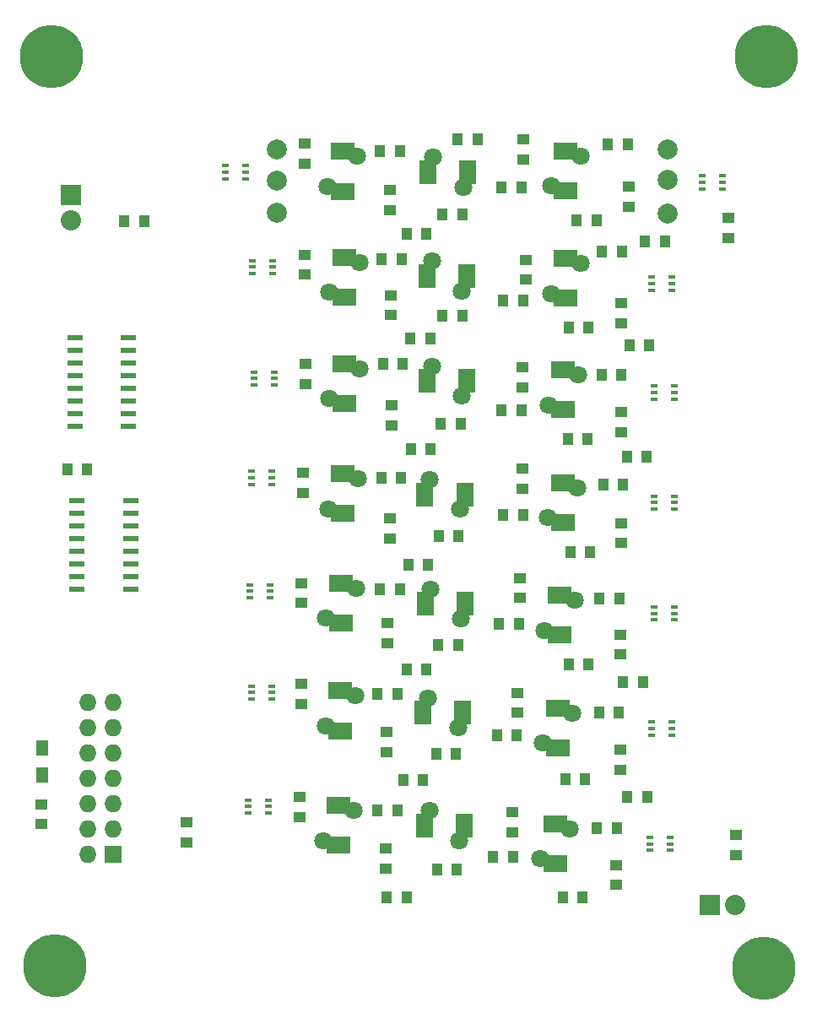
<source format=gts>
G04 #@! TF.FileFunction,Soldermask,Top*
%FSLAX46Y46*%
G04 Gerber Fmt 4.6, Leading zero omitted, Abs format (unit mm)*
G04 Created by KiCad (PCBNEW 4.0.1-stable) date 12/03/2016 13:44:48*
%MOMM*%
G01*
G04 APERTURE LIST*
%ADD10C,0.100000*%
%ADD11C,6.350000*%
%ADD12R,1.000000X1.250000*%
%ADD13R,1.250000X1.000000*%
%ADD14R,2.032000X2.032000*%
%ADD15O,2.032000X2.032000*%
%ADD16R,1.500000X0.600000*%
%ADD17R,0.660400X0.406400*%
%ADD18R,1.727200X1.727200*%
%ADD19O,1.727200X1.727200*%
%ADD20R,1.300000X1.500000*%
%ADD21R,2.400000X1.800000*%
%ADD22C,1.800000*%
%ADD23R,1.800000X2.400000*%
%ADD24C,1.998980*%
G04 APERTURE END LIST*
D10*
D11*
X185610500Y-44958000D03*
X113855500Y-44958000D03*
X114236500Y-136207500D03*
X185356500Y-136398000D03*
D12*
X123174000Y-61531500D03*
X121174000Y-61531500D03*
D13*
X147828000Y-58372500D03*
X147828000Y-60372500D03*
X147955000Y-68913500D03*
X147955000Y-70913500D03*
X148018500Y-79962500D03*
X148018500Y-81962500D03*
X147828000Y-91329000D03*
X147828000Y-93329000D03*
X147574000Y-101806500D03*
X147574000Y-103806500D03*
X147510500Y-112728500D03*
X147510500Y-114728500D03*
X147383500Y-124412500D03*
X147383500Y-126412500D03*
X139319000Y-53737000D03*
X139319000Y-55737000D03*
X139319000Y-64849500D03*
X139319000Y-66849500D03*
X139382500Y-75835000D03*
X139382500Y-77835000D03*
X139128500Y-86757000D03*
X139128500Y-88757000D03*
X138938000Y-97806000D03*
X138938000Y-99806000D03*
X138938000Y-107902500D03*
X138938000Y-109902500D03*
X138811000Y-119269000D03*
X138811000Y-121269000D03*
D12*
X148828000Y-54483000D03*
X146828000Y-54483000D03*
X149018500Y-65278000D03*
X147018500Y-65278000D03*
X149145500Y-75819000D03*
X147145500Y-75819000D03*
X148955000Y-87249000D03*
X146955000Y-87249000D03*
X148828000Y-98425000D03*
X146828000Y-98425000D03*
X148574000Y-108902500D03*
X146574000Y-108902500D03*
X148574000Y-120586500D03*
X146574000Y-120586500D03*
X154638500Y-53276500D03*
X156638500Y-53276500D03*
X151495000Y-62738000D03*
X149495000Y-62738000D03*
X151876000Y-73279000D03*
X149876000Y-73279000D03*
X151939500Y-84391500D03*
X149939500Y-84391500D03*
X151685500Y-95948500D03*
X149685500Y-95948500D03*
X151495000Y-106426000D03*
X149495000Y-106426000D03*
X151177500Y-117538500D03*
X149177500Y-117538500D03*
X155114500Y-60833000D03*
X153114500Y-60833000D03*
X155114500Y-70993000D03*
X153114500Y-70993000D03*
X154924000Y-81851500D03*
X152924000Y-81851500D03*
X154733500Y-93091000D03*
X152733500Y-93091000D03*
X154670000Y-104013000D03*
X152670000Y-104013000D03*
X154479500Y-114935000D03*
X152479500Y-114935000D03*
X154543000Y-126555500D03*
X152543000Y-126555500D03*
X161020000Y-58102500D03*
X159020000Y-58102500D03*
X161210500Y-69469000D03*
X159210500Y-69469000D03*
X161020000Y-80454500D03*
X159020000Y-80454500D03*
X161210500Y-90995500D03*
X159210500Y-90995500D03*
X160766000Y-101854000D03*
X158766000Y-101854000D03*
X160575500Y-113093500D03*
X158575500Y-113093500D03*
X160194500Y-125285500D03*
X158194500Y-125285500D03*
D13*
X181800500Y-63166500D03*
X181800500Y-61166500D03*
D12*
X166576500Y-61404500D03*
X168576500Y-61404500D03*
X165751000Y-72136000D03*
X167751000Y-72136000D03*
X165687500Y-83375500D03*
X167687500Y-83375500D03*
X165941500Y-94678500D03*
X167941500Y-94678500D03*
X165751000Y-105981500D03*
X167751000Y-105981500D03*
X165433500Y-117475000D03*
X167433500Y-117475000D03*
X165179500Y-129349500D03*
X167179500Y-129349500D03*
X115459000Y-86423500D03*
X117459000Y-86423500D03*
D13*
X161226500Y-53292500D03*
X161226500Y-55292500D03*
X161480500Y-65357500D03*
X161480500Y-67357500D03*
X161163000Y-76152500D03*
X161163000Y-78152500D03*
X161099500Y-86312500D03*
X161099500Y-88312500D03*
X160845500Y-97298000D03*
X160845500Y-99298000D03*
X160591500Y-108791500D03*
X160591500Y-110791500D03*
X160083500Y-120793000D03*
X160083500Y-122793000D03*
D12*
X171688000Y-53784500D03*
X169688000Y-53784500D03*
X171116500Y-64516000D03*
X169116500Y-64516000D03*
X171053000Y-76898500D03*
X169053000Y-76898500D03*
X171243500Y-87947500D03*
X169243500Y-87947500D03*
X170862500Y-99314000D03*
X168862500Y-99314000D03*
X170799000Y-110744000D03*
X168799000Y-110744000D03*
X170608500Y-122364500D03*
X168608500Y-122364500D03*
D13*
X171767500Y-58055000D03*
X171767500Y-60055000D03*
X171005500Y-69739000D03*
X171005500Y-71739000D03*
X171069000Y-80661000D03*
X171069000Y-82661000D03*
X171069000Y-91773500D03*
X171069000Y-93773500D03*
X170942000Y-102949500D03*
X170942000Y-104949500D03*
X170942000Y-114506500D03*
X170942000Y-116506500D03*
X170561000Y-126063500D03*
X170561000Y-128063500D03*
X182562500Y-125079000D03*
X182562500Y-123079000D03*
D12*
X173434500Y-63500000D03*
X175434500Y-63500000D03*
X171847000Y-73914000D03*
X173847000Y-73914000D03*
X171593000Y-85090000D03*
X173593000Y-85090000D03*
X171212000Y-107759500D03*
X173212000Y-107759500D03*
X171656500Y-119253000D03*
X173656500Y-119253000D03*
D13*
X112903000Y-119967500D03*
X112903000Y-121967500D03*
X127444500Y-123809000D03*
X127444500Y-121809000D03*
D12*
X149526500Y-129286000D03*
X147526500Y-129286000D03*
D14*
X115824000Y-58864500D03*
D15*
X115824000Y-61404500D03*
D14*
X179959000Y-130048000D03*
D15*
X182499000Y-130048000D03*
D16*
X116426000Y-89535000D03*
X116426000Y-90805000D03*
X116426000Y-92075000D03*
X116426000Y-93345000D03*
X116426000Y-94615000D03*
X116426000Y-95885000D03*
X116426000Y-97155000D03*
X116426000Y-98425000D03*
X121826000Y-98425000D03*
X121826000Y-97155000D03*
X121826000Y-95885000D03*
X121826000Y-94615000D03*
X121826000Y-93345000D03*
X121826000Y-92075000D03*
X121826000Y-90805000D03*
X121826000Y-89535000D03*
D17*
X133350000Y-57238900D03*
X133350000Y-55918100D03*
X133350000Y-56578500D03*
X131318000Y-55918100D03*
X131318000Y-57238900D03*
X131318000Y-56578500D03*
X136080500Y-66763900D03*
X136080500Y-65443100D03*
X136080500Y-66103500D03*
X134048500Y-65443100D03*
X134048500Y-66763900D03*
X134048500Y-66103500D03*
X136207500Y-77939900D03*
X136207500Y-76619100D03*
X136207500Y-77279500D03*
X134175500Y-76619100D03*
X134175500Y-77939900D03*
X134175500Y-77279500D03*
X135953500Y-87909400D03*
X135953500Y-86588600D03*
X135953500Y-87249000D03*
X133921500Y-86588600D03*
X133921500Y-87909400D03*
X133921500Y-87249000D03*
X135826500Y-99275900D03*
X135826500Y-97955100D03*
X135826500Y-98615500D03*
X133794500Y-97955100D03*
X133794500Y-99275900D03*
X133794500Y-98615500D03*
X135953500Y-109435900D03*
X135953500Y-108115100D03*
X135953500Y-108775500D03*
X133921500Y-108115100D03*
X133921500Y-109435900D03*
X133921500Y-108775500D03*
X135636000Y-120865900D03*
X135636000Y-119545100D03*
X135636000Y-120205500D03*
X133604000Y-119545100D03*
X133604000Y-120865900D03*
X133604000Y-120205500D03*
D16*
X116235500Y-73152000D03*
X116235500Y-74422000D03*
X116235500Y-75692000D03*
X116235500Y-76962000D03*
X116235500Y-78232000D03*
X116235500Y-79502000D03*
X116235500Y-80772000D03*
X116235500Y-82042000D03*
X121635500Y-82042000D03*
X121635500Y-80772000D03*
X121635500Y-79502000D03*
X121635500Y-78232000D03*
X121635500Y-76962000D03*
X121635500Y-75692000D03*
X121635500Y-74422000D03*
X121635500Y-73152000D03*
D17*
X179133500Y-56934100D03*
X179133500Y-58254900D03*
X179133500Y-57594500D03*
X181165500Y-58254900D03*
X181165500Y-56934100D03*
X181165500Y-57594500D03*
X174053500Y-67094100D03*
X174053500Y-68414900D03*
X174053500Y-67754500D03*
X176085500Y-68414900D03*
X176085500Y-67094100D03*
X176085500Y-67754500D03*
X174371000Y-78016100D03*
X174371000Y-79336900D03*
X174371000Y-78676500D03*
X176403000Y-79336900D03*
X176403000Y-78016100D03*
X176403000Y-78676500D03*
X174371000Y-89065100D03*
X174371000Y-90385900D03*
X174371000Y-89725500D03*
X176403000Y-90385900D03*
X176403000Y-89065100D03*
X176403000Y-89725500D03*
X174307500Y-100177600D03*
X174307500Y-101498400D03*
X174307500Y-100838000D03*
X176339500Y-101498400D03*
X176339500Y-100177600D03*
X176339500Y-100838000D03*
X174117000Y-111734600D03*
X174117000Y-113055400D03*
X174117000Y-112395000D03*
X176149000Y-113055400D03*
X176149000Y-111734600D03*
X176149000Y-112395000D03*
X173926500Y-123291600D03*
X173926500Y-124612400D03*
X173926500Y-123952000D03*
X175958500Y-124612400D03*
X175958500Y-123291600D03*
X175958500Y-123952000D03*
D18*
X120078500Y-125031500D03*
D19*
X117538500Y-125031500D03*
X120078500Y-122491500D03*
X117538500Y-122491500D03*
X120078500Y-119951500D03*
X117538500Y-119951500D03*
X120078500Y-117411500D03*
X117538500Y-117411500D03*
X120078500Y-114871500D03*
X117538500Y-114871500D03*
X120078500Y-112331500D03*
X117538500Y-112331500D03*
X120078500Y-109791500D03*
X117538500Y-109791500D03*
D20*
X112966500Y-117047000D03*
X112966500Y-114347000D03*
D21*
X143065500Y-58515000D03*
X143065500Y-54515000D03*
D22*
X141565500Y-58015000D03*
X144565500Y-55015000D03*
D21*
X143256000Y-69119500D03*
X143256000Y-65119500D03*
D22*
X141756000Y-68619500D03*
X144756000Y-65619500D03*
D21*
X143256000Y-79787500D03*
X143256000Y-75787500D03*
D22*
X141756000Y-79287500D03*
X144756000Y-76287500D03*
D21*
X143129000Y-90836500D03*
X143129000Y-86836500D03*
D22*
X141629000Y-90336500D03*
X144629000Y-87336500D03*
D21*
X142938500Y-101822000D03*
X142938500Y-97822000D03*
D22*
X141438500Y-101322000D03*
X144438500Y-98322000D03*
D21*
X142875000Y-112617000D03*
X142875000Y-108617000D03*
D22*
X141375000Y-112117000D03*
X144375000Y-109117000D03*
D21*
X142684500Y-124110500D03*
X142684500Y-120110500D03*
D22*
X141184500Y-123610500D03*
X144184500Y-120610500D03*
D23*
X151670000Y-56578500D03*
X155670000Y-56578500D03*
D22*
X152170000Y-55078500D03*
X155170000Y-58078500D03*
D23*
X151543000Y-66992500D03*
X155543000Y-66992500D03*
D22*
X152043000Y-65492500D03*
X155043000Y-68492500D03*
D23*
X151543000Y-77533500D03*
X155543000Y-77533500D03*
D22*
X152043000Y-76033500D03*
X155043000Y-79033500D03*
D23*
X151352500Y-88900000D03*
X155352500Y-88900000D03*
D22*
X151852500Y-87400000D03*
X154852500Y-90400000D03*
D23*
X151416000Y-99885500D03*
X155416000Y-99885500D03*
D22*
X151916000Y-98385500D03*
X154916000Y-101385500D03*
D23*
X151162000Y-110807500D03*
X155162000Y-110807500D03*
D22*
X151662000Y-109307500D03*
X154662000Y-112307500D03*
D23*
X151289000Y-122110500D03*
X155289000Y-122110500D03*
D22*
X151789000Y-120610500D03*
X154789000Y-123610500D03*
D21*
X165481000Y-58451500D03*
X165481000Y-54451500D03*
D22*
X163981000Y-57951500D03*
X166981000Y-54951500D03*
D21*
X165481000Y-69246500D03*
X165481000Y-65246500D03*
D22*
X163981000Y-68746500D03*
X166981000Y-65746500D03*
D21*
X165227000Y-80422500D03*
X165227000Y-76422500D03*
D22*
X163727000Y-79922500D03*
X166727000Y-76922500D03*
D21*
X165163500Y-91725500D03*
X165163500Y-87725500D03*
D22*
X163663500Y-91225500D03*
X166663500Y-88225500D03*
D21*
X164846000Y-103028500D03*
X164846000Y-99028500D03*
D22*
X163346000Y-102528500D03*
X166346000Y-99528500D03*
D21*
X164655500Y-114331500D03*
X164655500Y-110331500D03*
D22*
X163155500Y-113831500D03*
X166155500Y-110831500D03*
D21*
X164401500Y-125952000D03*
X164401500Y-121952000D03*
D22*
X162901500Y-125452000D03*
X165901500Y-122452000D03*
D24*
X136525000Y-60642500D03*
X136461500Y-54292500D03*
X136461500Y-57467500D03*
X175704500Y-57340500D03*
X175704500Y-54292500D03*
X175704500Y-60706000D03*
M02*

</source>
